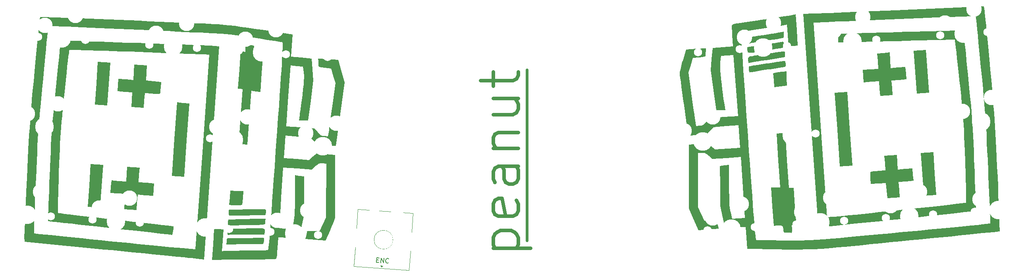
<source format=gbr>
%TF.GenerationSoftware,KiCad,Pcbnew,8.0.3*%
%TF.CreationDate,2024-09-04T22:14:08+02:00*%
%TF.ProjectId,peanut,7065616e-7574-42e6-9b69-6361645f7063,rev?*%
%TF.SameCoordinates,Original*%
%TF.FileFunction,Legend,Top*%
%TF.FilePolarity,Positive*%
%FSLAX46Y46*%
G04 Gerber Fmt 4.6, Leading zero omitted, Abs format (unit mm)*
G04 Created by KiCad (PCBNEW 8.0.3) date 2024-09-04 22:14:08*
%MOMM*%
%LPD*%
G01*
G04 APERTURE LIST*
%ADD10C,0.600000*%
%ADD11C,0.200000*%
%ADD12C,0.800000*%
%ADD13C,0.000000*%
%ADD14C,0.120000*%
%ADD15C,1.750000*%
%ADD16C,3.987800*%
%ADD17C,3.300000*%
%ADD18C,0.650000*%
%ADD19O,1.000000X1.600000*%
%ADD20O,1.000000X2.100000*%
G04 APERTURE END LIST*
D10*
X158750000Y-91281250D02*
X158750000Y-54768750D01*
D11*
X126730248Y-95392069D02*
X127062769Y-95415321D01*
X127168739Y-95947820D02*
X126693708Y-95914603D01*
X126693708Y-95914603D02*
X126763465Y-94917039D01*
X126763465Y-94917039D02*
X127238495Y-94950256D01*
X127596267Y-95977716D02*
X127666023Y-94980152D01*
X127666023Y-94980152D02*
X128166303Y-96017577D01*
X128166303Y-96017577D02*
X128236060Y-95020013D01*
X129218014Y-95995649D02*
X129167189Y-96039830D01*
X129167189Y-96039830D02*
X129021358Y-96077368D01*
X129021358Y-96077368D02*
X128926352Y-96070724D01*
X128926352Y-96070724D02*
X128787164Y-96013256D01*
X128787164Y-96013256D02*
X128698802Y-95911607D01*
X128698802Y-95911607D02*
X128657942Y-95813279D01*
X128657942Y-95813279D02*
X128623726Y-95619945D01*
X128623726Y-95619945D02*
X128633691Y-95477436D01*
X128633691Y-95477436D02*
X128694481Y-95290745D01*
X128694481Y-95290745D02*
X128748628Y-95199061D01*
X128748628Y-95199061D02*
X128850277Y-95110698D01*
X128850277Y-95110698D02*
X128996108Y-95073160D01*
X128996108Y-95073160D02*
X129091114Y-95079804D01*
X129091114Y-95079804D02*
X129230302Y-95137272D01*
X129230302Y-95137272D02*
X129274483Y-95188097D01*
D12*
X151519769Y-92898214D02*
X159519769Y-92898214D01*
X151900721Y-92898214D02*
X151519769Y-92136309D01*
X151519769Y-92136309D02*
X151519769Y-90612499D01*
X151519769Y-90612499D02*
X151900721Y-89850595D01*
X151900721Y-89850595D02*
X152281673Y-89469642D01*
X152281673Y-89469642D02*
X153043578Y-89088690D01*
X153043578Y-89088690D02*
X155329292Y-89088690D01*
X155329292Y-89088690D02*
X156091197Y-89469642D01*
X156091197Y-89469642D02*
X156472150Y-89850595D01*
X156472150Y-89850595D02*
X156853102Y-90612499D01*
X156853102Y-90612499D02*
X156853102Y-92136309D01*
X156853102Y-92136309D02*
X156472150Y-92898214D01*
X156472150Y-82612500D02*
X156853102Y-83374404D01*
X156853102Y-83374404D02*
X156853102Y-84898214D01*
X156853102Y-84898214D02*
X156472150Y-85660119D01*
X156472150Y-85660119D02*
X155710245Y-86041071D01*
X155710245Y-86041071D02*
X152662626Y-86041071D01*
X152662626Y-86041071D02*
X151900721Y-85660119D01*
X151900721Y-85660119D02*
X151519769Y-84898214D01*
X151519769Y-84898214D02*
X151519769Y-83374404D01*
X151519769Y-83374404D02*
X151900721Y-82612500D01*
X151900721Y-82612500D02*
X152662626Y-82231547D01*
X152662626Y-82231547D02*
X153424530Y-82231547D01*
X153424530Y-82231547D02*
X154186435Y-86041071D01*
X156853102Y-75374404D02*
X152662626Y-75374404D01*
X152662626Y-75374404D02*
X151900721Y-75755357D01*
X151900721Y-75755357D02*
X151519769Y-76517261D01*
X151519769Y-76517261D02*
X151519769Y-78041071D01*
X151519769Y-78041071D02*
X151900721Y-78802976D01*
X156472150Y-75374404D02*
X156853102Y-76136309D01*
X156853102Y-76136309D02*
X156853102Y-78041071D01*
X156853102Y-78041071D02*
X156472150Y-78802976D01*
X156472150Y-78802976D02*
X155710245Y-79183928D01*
X155710245Y-79183928D02*
X154948340Y-79183928D01*
X154948340Y-79183928D02*
X154186435Y-78802976D01*
X154186435Y-78802976D02*
X153805483Y-78041071D01*
X153805483Y-78041071D02*
X153805483Y-76136309D01*
X153805483Y-76136309D02*
X153424530Y-75374404D01*
X151519769Y-71564881D02*
X156853102Y-71564881D01*
X152281673Y-71564881D02*
X151900721Y-71183928D01*
X151900721Y-71183928D02*
X151519769Y-70422023D01*
X151519769Y-70422023D02*
X151519769Y-69279166D01*
X151519769Y-69279166D02*
X151900721Y-68517262D01*
X151900721Y-68517262D02*
X152662626Y-68136309D01*
X152662626Y-68136309D02*
X156853102Y-68136309D01*
X151519769Y-60898214D02*
X156853102Y-60898214D01*
X151519769Y-64326786D02*
X155710245Y-64326786D01*
X155710245Y-64326786D02*
X156472150Y-63945833D01*
X156472150Y-63945833D02*
X156853102Y-63183928D01*
X156853102Y-63183928D02*
X156853102Y-62041071D01*
X156853102Y-62041071D02*
X156472150Y-61279167D01*
X156472150Y-61279167D02*
X156091197Y-60898214D01*
X151519769Y-58231548D02*
X151519769Y-55183929D01*
X148853102Y-57088691D02*
X155710245Y-57088691D01*
X155710245Y-57088691D02*
X156472150Y-56707738D01*
X156472150Y-56707738D02*
X156853102Y-55945833D01*
X156853102Y-55945833D02*
X156853102Y-55183929D01*
D13*
%TO.C,G\u002A\u002A\u002A*%
G36*
X67056407Y-75034884D02*
G01*
X68381277Y-75127528D01*
X68062813Y-79681767D01*
X67744350Y-84236005D01*
X66419481Y-84143361D01*
X65094611Y-84050717D01*
X65413073Y-79496479D01*
X65731537Y-74942240D01*
X67056407Y-75034884D01*
G37*
G36*
X68585031Y-53174540D02*
G01*
X69909901Y-53267184D01*
X69591438Y-57821422D01*
X69272974Y-62375661D01*
X67948104Y-62283017D01*
X66623235Y-62190373D01*
X66941698Y-57636134D01*
X67260161Y-53081896D01*
X68585031Y-53174540D01*
G37*
G36*
X85452821Y-61842881D02*
G01*
X86777689Y-61935525D01*
X86227617Y-69801937D01*
X85677543Y-77668349D01*
X84352674Y-77575705D01*
X83027804Y-77483061D01*
X83577877Y-69616649D01*
X84127951Y-61750237D01*
X85452821Y-61842881D01*
G37*
G36*
X96910166Y-80652124D02*
G01*
X98279802Y-80699564D01*
X98176624Y-82175071D01*
X98073447Y-83650578D01*
X97445236Y-83709801D01*
X96871863Y-83735046D01*
X96209981Y-83725574D01*
X96024042Y-83715405D01*
X95231059Y-83661786D01*
X95385795Y-82133235D01*
X95540531Y-80604685D01*
X96910166Y-80652124D01*
G37*
G36*
X74840014Y-75579167D02*
G01*
X76164884Y-75671810D01*
X76054870Y-77245094D01*
X75944855Y-78818376D01*
X77600942Y-78934181D01*
X79257028Y-79049986D01*
X79164384Y-80374855D01*
X79071740Y-81699724D01*
X77415654Y-81583919D01*
X75759567Y-81468114D01*
X75643762Y-83124202D01*
X75527958Y-84780288D01*
X74203088Y-84687644D01*
X72878219Y-84595000D01*
X72994024Y-82938914D01*
X73109828Y-81282827D01*
X71536546Y-81172813D01*
X69963263Y-81062797D01*
X70055907Y-79737927D01*
X70148551Y-78413059D01*
X71721834Y-78523074D01*
X73295117Y-78633088D01*
X73405131Y-77059806D01*
X73515145Y-75486523D01*
X74840014Y-75579167D01*
G37*
G36*
X102982837Y-87219748D02*
G01*
X102926963Y-87633921D01*
X102776466Y-87821792D01*
X102439017Y-87889080D01*
X102394903Y-87892954D01*
X102043730Y-87910600D01*
X101434443Y-87929072D01*
X100633826Y-87947416D01*
X99708666Y-87964679D01*
X98725749Y-87979907D01*
X97751860Y-87992146D01*
X96853784Y-88000442D01*
X96098309Y-88003843D01*
X95552218Y-88001396D01*
X95304993Y-87994180D01*
X95059419Y-87938083D01*
X94978430Y-87753190D01*
X95017227Y-87349644D01*
X95112053Y-86732206D01*
X98111646Y-86674143D01*
X99155730Y-86654316D01*
X100157485Y-86635985D01*
X101039901Y-86620509D01*
X101725964Y-86609244D01*
X102068965Y-86604337D01*
X103026693Y-86592594D01*
X102982837Y-87219748D01*
G37*
G36*
X76362643Y-53718403D02*
G01*
X77681514Y-53810628D01*
X77616004Y-55428626D01*
X77550493Y-57046626D01*
X79161864Y-57206935D01*
X80773233Y-57367244D01*
X80688728Y-58575710D01*
X80632322Y-59178989D01*
X80562317Y-59644071D01*
X80492899Y-59879152D01*
X80486098Y-59886862D01*
X80278685Y-59920768D01*
X79820474Y-59926433D01*
X79191468Y-59904119D01*
X78822291Y-59881464D01*
X77276610Y-59773379D01*
X77166596Y-61346661D01*
X77056578Y-62919943D01*
X75731712Y-62827299D01*
X74406843Y-62734656D01*
X74516857Y-61161374D01*
X74626872Y-59588091D01*
X73053589Y-59478077D01*
X71480306Y-59368062D01*
X71572950Y-58043192D01*
X71665594Y-56718322D01*
X73238878Y-56828337D01*
X74812160Y-56938352D01*
X74927965Y-55282266D01*
X75043769Y-53626179D01*
X76362643Y-53718403D01*
G37*
G36*
X101894030Y-88650608D02*
G01*
X102359422Y-88673523D01*
X102649268Y-88723322D01*
X102802688Y-88806709D01*
X102858803Y-88930392D01*
X102856730Y-89101076D01*
X102835660Y-89324488D01*
X102791289Y-89959024D01*
X99002966Y-89991947D01*
X97909313Y-90001802D01*
X96924681Y-90011340D01*
X96098371Y-90020031D01*
X95479684Y-90027341D01*
X95117919Y-90032740D01*
X95047544Y-90034625D01*
X94937814Y-89894779D01*
X94876337Y-89536108D01*
X94872376Y-89429068D01*
X94866997Y-89215107D01*
X94882434Y-89049754D01*
X94956581Y-88926184D01*
X95127334Y-88837574D01*
X95432588Y-88777096D01*
X95910238Y-88737928D01*
X96598179Y-88713245D01*
X97534307Y-88696221D01*
X98756518Y-88680031D01*
X99053375Y-88676095D01*
X100280126Y-88658600D01*
X101213971Y-88647869D01*
X101894030Y-88650608D01*
G37*
G36*
X102616739Y-90670284D02*
G01*
X102684322Y-90821584D01*
X102701955Y-91191067D01*
X102694743Y-91339691D01*
X102620555Y-91799315D01*
X102469784Y-91978855D01*
X102402728Y-91984946D01*
X102160275Y-91982215D01*
X101648013Y-91985496D01*
X100928094Y-91993774D01*
X100062656Y-92006042D01*
X99113847Y-92021289D01*
X98143813Y-92038505D01*
X97214697Y-92056678D01*
X96388646Y-92074800D01*
X95727804Y-92091859D01*
X95610721Y-92095370D01*
X94651732Y-92125144D01*
X94698629Y-91454486D01*
X94755701Y-91038480D01*
X94841740Y-90808967D01*
X94872453Y-90792703D01*
X95068367Y-90792320D01*
X95547338Y-90786347D01*
X96260456Y-90775550D01*
X97158809Y-90760686D01*
X98193491Y-90742517D01*
X98745894Y-90732445D01*
X99830151Y-90712831D01*
X100802321Y-90695996D01*
X101613540Y-90682725D01*
X102214943Y-90673801D01*
X102557664Y-90670010D01*
X102616739Y-90670284D01*
G37*
G36*
X99179828Y-49384399D02*
G01*
X99614592Y-49488402D01*
X100083535Y-49550212D01*
X100415706Y-49594341D01*
X100563377Y-49724861D01*
X100587580Y-50037905D01*
X100570732Y-50317630D01*
X100571195Y-50793238D01*
X100697124Y-51082627D01*
X101012221Y-51240172D01*
X101580185Y-51320249D01*
X101761410Y-51333996D01*
X102493104Y-51385161D01*
X102208728Y-55451927D01*
X101924352Y-59518693D01*
X100975651Y-59401350D01*
X100026951Y-59284006D01*
X99580981Y-65035862D01*
X99135010Y-70787719D01*
X98226309Y-70724176D01*
X97317607Y-70660634D01*
X97728715Y-64781526D01*
X98139822Y-58902418D01*
X97642996Y-58867677D01*
X97146169Y-58832935D01*
X97430811Y-54762364D01*
X97715453Y-50691793D01*
X98204649Y-50835656D01*
X98693844Y-50979518D01*
X98754018Y-50119002D01*
X98799433Y-49620642D01*
X98871616Y-49383648D01*
X99011351Y-49337661D01*
X99179828Y-49384399D01*
G37*
G36*
X102962396Y-84537217D02*
G01*
X103098198Y-84700505D01*
X103127440Y-85141010D01*
X103123221Y-85212171D01*
X103067925Y-85640400D01*
X102944688Y-85824966D01*
X102703862Y-85854518D01*
X102430376Y-85851553D01*
X101880447Y-85854793D01*
X101109592Y-85863576D01*
X100173323Y-85877242D01*
X99127157Y-85895129D01*
X98831409Y-85900627D01*
X97784985Y-85916437D01*
X96852129Y-85922948D01*
X96083442Y-85920429D01*
X95529530Y-85909146D01*
X95240994Y-85889371D01*
X95213150Y-85881422D01*
X95143544Y-85674187D01*
X95130897Y-85280879D01*
X95134156Y-85226164D01*
X95192469Y-84848413D01*
X95283461Y-84666186D01*
X95298348Y-84663036D01*
X95493800Y-84661843D01*
X95971767Y-84654755D01*
X96682807Y-84642629D01*
X97577477Y-84626325D01*
X98606337Y-84606700D01*
X99088970Y-84597232D01*
X100167431Y-84576620D01*
X101139273Y-84559424D01*
X101953591Y-84546432D01*
X102559474Y-84538431D01*
X102906018Y-84536211D01*
X102962396Y-84537217D01*
G37*
G36*
X55615228Y-43507765D02*
G01*
X56376881Y-43530604D01*
X57394925Y-43564909D01*
X58644260Y-43609644D01*
X60099777Y-43663769D01*
X61736375Y-43726244D01*
X63528950Y-43796033D01*
X65452395Y-43872096D01*
X67481608Y-43953397D01*
X69591483Y-44038894D01*
X71756918Y-44127549D01*
X73952808Y-44218324D01*
X76154047Y-44310181D01*
X78335533Y-44402081D01*
X80472160Y-44492985D01*
X82538825Y-44581854D01*
X84510422Y-44667652D01*
X86361849Y-44749336D01*
X88068000Y-44825872D01*
X89603772Y-44896218D01*
X90944060Y-44959337D01*
X92063760Y-45014190D01*
X92937767Y-45059738D01*
X93540977Y-45094944D01*
X93613192Y-45099718D01*
X94294594Y-45160620D01*
X95250764Y-45267325D01*
X96428667Y-45412850D01*
X97775266Y-45590203D01*
X99237526Y-45792401D01*
X100762413Y-46012455D01*
X102296892Y-46243380D01*
X102311634Y-46245648D01*
X108774023Y-47240036D01*
X108609065Y-49599045D01*
X108444107Y-51958053D01*
X110630218Y-52157357D01*
X112816329Y-52356659D01*
X113023984Y-54724043D01*
X113231640Y-57091427D01*
X112648542Y-61354528D01*
X112065446Y-65617629D01*
X111085883Y-65599755D01*
X110106322Y-65581880D01*
X110280217Y-64544907D01*
X110355375Y-64055200D01*
X110461503Y-63306685D01*
X110588990Y-62370090D01*
X110728218Y-61316141D01*
X110869576Y-60215567D01*
X110880869Y-60126196D01*
X111032746Y-58881355D01*
X111137966Y-57902114D01*
X111200365Y-57125908D01*
X111223781Y-56490168D01*
X111212046Y-55932332D01*
X111170408Y-55403516D01*
X111033189Y-54062574D01*
X109713126Y-53970265D01*
X108393065Y-53877958D01*
X107895205Y-60375069D01*
X107397347Y-66872180D01*
X110428549Y-67084142D01*
X113459750Y-67296104D01*
X114139035Y-68092487D01*
X114545879Y-68540654D01*
X114869026Y-68788655D01*
X115222254Y-68903247D01*
X115588072Y-68942696D01*
X116357824Y-68996523D01*
X116546804Y-67719995D01*
X116620454Y-67205211D01*
X116729282Y-66421423D01*
X116865094Y-65428810D01*
X117019694Y-64287543D01*
X117184884Y-63057806D01*
X117327022Y-61991512D01*
X117918261Y-57539557D01*
X117461489Y-56009849D01*
X117004715Y-54480143D01*
X115641808Y-54336504D01*
X114973712Y-54260715D01*
X114571386Y-54189574D01*
X114369970Y-54097335D01*
X114304599Y-53958252D01*
X114305934Y-53806242D01*
X114304075Y-53353474D01*
X114265654Y-52894854D01*
X114198337Y-52370089D01*
X116351684Y-52520666D01*
X118505031Y-52671243D01*
X119189265Y-55094669D01*
X119873499Y-57518095D01*
X118942329Y-64272021D01*
X118011159Y-71025948D01*
X116060532Y-70936445D01*
X114109904Y-70846943D01*
X113360031Y-70040330D01*
X112610159Y-69233716D01*
X109936193Y-69046734D01*
X107262226Y-68859752D01*
X107094309Y-71261077D01*
X106926391Y-73662404D01*
X109600358Y-73849386D01*
X112274324Y-74036368D01*
X113129159Y-73341966D01*
X113983992Y-72647565D01*
X115928094Y-72830408D01*
X117872194Y-73013252D01*
X117864768Y-79503052D01*
X117862323Y-80954507D01*
X117858531Y-82313961D01*
X117853614Y-83542779D01*
X117847790Y-84602331D01*
X117841279Y-85453982D01*
X117834300Y-86059100D01*
X117827073Y-86379052D01*
X117825523Y-86406675D01*
X117747959Y-86702588D01*
X117556560Y-87233293D01*
X117277190Y-87932378D01*
X116935720Y-88733426D01*
X116800195Y-89039276D01*
X115806684Y-91258057D01*
X113653384Y-91107484D01*
X111500083Y-90956910D01*
X111639778Y-90446621D01*
X111750980Y-89947641D01*
X111806508Y-89549709D01*
X111838679Y-89360737D01*
X111947764Y-89249540D01*
X112201579Y-89199654D01*
X112667938Y-89194610D01*
X113203178Y-89210525D01*
X114572812Y-89257964D01*
X115238035Y-87806715D01*
X115903257Y-86355466D01*
X115937364Y-81864552D01*
X115946272Y-80595840D01*
X115953574Y-79364764D01*
X115959011Y-78232060D01*
X115962325Y-77258457D01*
X115963256Y-76504688D01*
X115961989Y-76083233D01*
X115952506Y-74792827D01*
X115182754Y-74739000D01*
X114724741Y-74732398D01*
X114372243Y-74823222D01*
X114003300Y-75061748D01*
X113629494Y-75379269D01*
X112845985Y-76073364D01*
X109814784Y-75861401D01*
X106783582Y-75649440D01*
X106372371Y-82152610D01*
X105961162Y-88655779D01*
X107281224Y-88748087D01*
X108601289Y-88840395D01*
X108923793Y-87531598D01*
X109041150Y-87000639D01*
X109129756Y-86448598D01*
X109194518Y-85812976D01*
X109240345Y-85031289D01*
X109272147Y-84041043D01*
X109294342Y-82814584D01*
X109307873Y-81704407D01*
X109317049Y-80634894D01*
X109321547Y-79677425D01*
X109321044Y-78903374D01*
X109315218Y-78384121D01*
X109314501Y-78355282D01*
X109286617Y-77304198D01*
X110259133Y-77422826D01*
X111231650Y-77541454D01*
X111215764Y-81844219D01*
X111199877Y-86146983D01*
X110664767Y-88462428D01*
X110129657Y-90777871D01*
X107937083Y-90670987D01*
X105744510Y-90564101D01*
X105582940Y-92874661D01*
X105516985Y-93789785D01*
X105461078Y-94425969D01*
X105403256Y-94835569D01*
X105331559Y-95070937D01*
X105234025Y-95184434D01*
X105098696Y-95228412D01*
X105043333Y-95236643D01*
X104791615Y-95249789D01*
X104249398Y-95263636D01*
X103458209Y-95277607D01*
X102459574Y-95291121D01*
X101295016Y-95303596D01*
X100006063Y-95314453D01*
X99004761Y-95321055D01*
X97623143Y-95330034D01*
X96311031Y-95340313D01*
X95114749Y-95351395D01*
X94080624Y-95362786D01*
X93254977Y-95373991D01*
X92684134Y-95384514D01*
X92467951Y-95390910D01*
X91591677Y-95427775D01*
X91824618Y-92096521D01*
X92057565Y-88765265D01*
X93051217Y-88834748D01*
X94044869Y-88904230D01*
X93883031Y-91218611D01*
X93721194Y-93532992D01*
X94181801Y-93490716D01*
X94469108Y-93477574D01*
X95038522Y-93462546D01*
X95840140Y-93446544D01*
X96824055Y-93430469D01*
X97940361Y-93415239D01*
X98972434Y-93403463D01*
X100146206Y-93389396D01*
X101215400Y-93373006D01*
X102133614Y-93355296D01*
X102854448Y-93337263D01*
X103331506Y-93319907D01*
X103514175Y-93305666D01*
X103549684Y-93237168D01*
X103591305Y-93038703D01*
X103640150Y-92696244D01*
X103697331Y-92195763D01*
X103763961Y-91523233D01*
X103841149Y-90664627D01*
X103930010Y-89605920D01*
X104031655Y-88333082D01*
X104147196Y-86832090D01*
X104277746Y-85088914D01*
X104424414Y-83089529D01*
X104588316Y-80819907D01*
X104770560Y-78266021D01*
X104972262Y-75413844D01*
X105194531Y-72249348D01*
X105278040Y-71056086D01*
X105498968Y-67894622D01*
X105697453Y-65047882D01*
X105874427Y-62499390D01*
X106030821Y-60232666D01*
X106167566Y-58231233D01*
X106285594Y-56478615D01*
X106385835Y-54958334D01*
X106469220Y-53653910D01*
X106536681Y-52548866D01*
X106589148Y-51626726D01*
X106627554Y-50871010D01*
X106652829Y-50265241D01*
X106665903Y-49792942D01*
X106667709Y-49437635D01*
X106659178Y-49182841D01*
X106641241Y-49012085D01*
X106614827Y-48908888D01*
X106580869Y-48856769D01*
X106540299Y-48839255D01*
X106533515Y-48838581D01*
X106297038Y-48807714D01*
X105777816Y-48730953D01*
X105020894Y-48615258D01*
X104071322Y-48467588D01*
X102974144Y-48294899D01*
X101774408Y-48104153D01*
X101635475Y-48081945D01*
X99438902Y-47747528D01*
X97439835Y-47481919D01*
X95514404Y-47270512D01*
X93538737Y-47098695D01*
X92894279Y-47051013D01*
X92335144Y-47015414D01*
X91503193Y-46968418D01*
X90424385Y-46911195D01*
X89124675Y-46844913D01*
X87630021Y-46770743D01*
X85966381Y-46689853D01*
X84159708Y-46603414D01*
X82235962Y-46512595D01*
X80221098Y-46418564D01*
X78141074Y-46322490D01*
X76021846Y-46225546D01*
X73889373Y-46128898D01*
X71769607Y-46033717D01*
X69688510Y-45941172D01*
X67672036Y-45852432D01*
X65746141Y-45768667D01*
X63936784Y-45691047D01*
X62269921Y-45620739D01*
X60771509Y-45558915D01*
X59467503Y-45506744D01*
X58383863Y-45465394D01*
X57546543Y-45436035D01*
X56981502Y-45419837D01*
X56714694Y-45417968D01*
X56696852Y-45420246D01*
X56675701Y-45585032D01*
X56625679Y-46053464D01*
X56549439Y-46798662D01*
X56449639Y-47793747D01*
X56328934Y-49011840D01*
X56189982Y-50426060D01*
X56035438Y-52009527D01*
X55867958Y-53735363D01*
X55690198Y-55576688D01*
X55581925Y-56702700D01*
X55364856Y-58970313D01*
X55176998Y-60956199D01*
X55014940Y-62709051D01*
X54875274Y-64277562D01*
X54754587Y-65710426D01*
X54649473Y-67056332D01*
X54556519Y-68363975D01*
X54472316Y-69682049D01*
X54393455Y-71059245D01*
X54316526Y-72544257D01*
X54238118Y-74185777D01*
X54154823Y-76032498D01*
X54063228Y-78133114D01*
X54034481Y-78800111D01*
X53955353Y-80665419D01*
X53882633Y-82431703D01*
X53817320Y-84071218D01*
X53760416Y-85556209D01*
X53712919Y-86858931D01*
X53675832Y-87951630D01*
X53650153Y-88806556D01*
X53636883Y-89395961D01*
X53637020Y-89692092D01*
X53640856Y-89722025D01*
X53809337Y-89746640D01*
X54281484Y-89800937D01*
X55030521Y-89882236D01*
X56029670Y-89987860D01*
X57252152Y-90115131D01*
X58671192Y-90261370D01*
X60260008Y-90423900D01*
X61991829Y-90600041D01*
X63839864Y-90787116D01*
X65777348Y-90982446D01*
X67777497Y-91183352D01*
X69813535Y-91387159D01*
X71858684Y-91591185D01*
X73886165Y-91792753D01*
X75869201Y-91989185D01*
X77781014Y-92177802D01*
X79594825Y-92355928D01*
X81283858Y-92520883D01*
X82821334Y-92669987D01*
X84180474Y-92800566D01*
X85334503Y-92909938D01*
X86256640Y-92995426D01*
X86920108Y-93054351D01*
X87138270Y-93072371D01*
X88089921Y-93147537D01*
X89543272Y-72363648D01*
X90996623Y-51579760D01*
X89878283Y-51508473D01*
X89356571Y-51480010D01*
X88566041Y-51443425D01*
X87535855Y-51399709D01*
X86295173Y-51349858D01*
X84873153Y-51294862D01*
X83298959Y-51235719D01*
X81601750Y-51173421D01*
X79810687Y-51108962D01*
X77954930Y-51043335D01*
X76063640Y-50977534D01*
X74165978Y-50912554D01*
X72291103Y-50849387D01*
X70468178Y-50789029D01*
X68726362Y-50732470D01*
X67094816Y-50680708D01*
X65602700Y-50634735D01*
X64279175Y-50595544D01*
X63153402Y-50564131D01*
X62254541Y-50541486D01*
X61611753Y-50528607D01*
X61254198Y-50526486D01*
X61188746Y-50530754D01*
X61153175Y-50707598D01*
X61087433Y-51184117D01*
X60995024Y-51929673D01*
X60879452Y-52913627D01*
X60744222Y-54105340D01*
X60592837Y-55474172D01*
X60428801Y-56989487D01*
X60255618Y-58620645D01*
X60169261Y-59445427D01*
X59964495Y-61416812D01*
X59791177Y-63111802D01*
X59645550Y-64584156D01*
X59523862Y-65887634D01*
X59422359Y-67075996D01*
X59337288Y-68202998D01*
X59264893Y-69322404D01*
X59201421Y-70487972D01*
X59143120Y-71753461D01*
X59086235Y-73172630D01*
X59027011Y-74799241D01*
X58961695Y-76687051D01*
X58958195Y-76789469D01*
X58902966Y-78437930D01*
X58853286Y-79983708D01*
X58810013Y-81395491D01*
X58774006Y-82641963D01*
X58746130Y-83691813D01*
X58727237Y-84513722D01*
X58718189Y-85076382D01*
X58719845Y-85348477D01*
X58722746Y-85369033D01*
X58892594Y-85397311D01*
X59366699Y-85459131D01*
X60119308Y-85551495D01*
X61124673Y-85671404D01*
X62357039Y-85815859D01*
X63790655Y-85981861D01*
X65399769Y-86166415D01*
X67158628Y-86366518D01*
X69041482Y-86579174D01*
X71022578Y-86801384D01*
X71067563Y-86806412D01*
X73050676Y-87028866D01*
X74936205Y-87241940D01*
X76698386Y-87442626D01*
X78311459Y-87627916D01*
X79749660Y-87794802D01*
X80987224Y-87940276D01*
X81998392Y-88061331D01*
X82757399Y-88154957D01*
X83238483Y-88218150D01*
X83415880Y-88247899D01*
X83416173Y-88248152D01*
X83419866Y-88435266D01*
X83366026Y-88843367D01*
X83303572Y-89190652D01*
X83131694Y-90064963D01*
X82024762Y-89936437D01*
X81679347Y-89897166D01*
X81032927Y-89824523D01*
X80114497Y-89721742D01*
X78953057Y-89592054D01*
X77577600Y-89438690D01*
X76017126Y-89264881D01*
X74300631Y-89073860D01*
X72457110Y-88868858D01*
X70515562Y-88653106D01*
X68790496Y-88461536D01*
X66821785Y-88242472D01*
X64951602Y-88033429D01*
X63205784Y-87837342D01*
X61610176Y-87657157D01*
X60190617Y-87495828D01*
X58972948Y-87356298D01*
X57983011Y-87241515D01*
X57246648Y-87154429D01*
X56789698Y-87097986D01*
X56637892Y-87075375D01*
X56639524Y-86906933D01*
X56653226Y-86436353D01*
X56677931Y-85693267D01*
X56712565Y-84707304D01*
X56756058Y-83508091D01*
X56807341Y-82125260D01*
X56865340Y-80588440D01*
X56928985Y-78927260D01*
X56980047Y-77610679D01*
X57059982Y-75581356D01*
X57132333Y-73816467D01*
X57200759Y-72263666D01*
X57268919Y-70870599D01*
X57340473Y-69584921D01*
X57419080Y-68354280D01*
X57508399Y-67126328D01*
X57612089Y-65848715D01*
X57733811Y-64469090D01*
X57877221Y-62935106D01*
X58045981Y-61194412D01*
X58243749Y-59194660D01*
X58322873Y-58400038D01*
X58500152Y-56633085D01*
X58669639Y-54966143D01*
X58828229Y-53428251D01*
X58972823Y-52048453D01*
X59100315Y-50855792D01*
X59207607Y-49879312D01*
X59291593Y-49148056D01*
X59349172Y-48691066D01*
X59376361Y-48537602D01*
X59546526Y-48534914D01*
X60021198Y-48543530D01*
X60773089Y-48562509D01*
X61774904Y-48590906D01*
X62999355Y-48627777D01*
X64419147Y-48672176D01*
X66006992Y-48723163D01*
X67735597Y-48779790D01*
X69577670Y-48841115D01*
X71505921Y-48906191D01*
X73493057Y-48974078D01*
X75511787Y-49043831D01*
X77534821Y-49114499D01*
X79534867Y-49185147D01*
X81484631Y-49254826D01*
X83356825Y-49322593D01*
X85124156Y-49387505D01*
X86759332Y-49448615D01*
X88235063Y-49504982D01*
X89524057Y-49555658D01*
X90599023Y-49599703D01*
X91432668Y-49636171D01*
X91997702Y-49664117D01*
X92087124Y-49669259D01*
X93122892Y-49731422D01*
X91528843Y-72527381D01*
X89934795Y-95323339D01*
X87830337Y-95074837D01*
X87371069Y-95024150D01*
X86606804Y-94944217D01*
X85563043Y-94837565D01*
X84265293Y-94706721D01*
X82739055Y-94554211D01*
X81009835Y-94382562D01*
X79103137Y-94194302D01*
X77044464Y-93991957D01*
X74859320Y-93778055D01*
X72573209Y-93555123D01*
X70211636Y-93325687D01*
X68668108Y-93176187D01*
X51610337Y-91526040D01*
X51593665Y-90519312D01*
X51598680Y-90184698D01*
X51618636Y-89548399D01*
X51652262Y-88640360D01*
X51698287Y-87490526D01*
X51755443Y-86128842D01*
X51822458Y-84585254D01*
X51898062Y-82889705D01*
X51980987Y-81072142D01*
X52069963Y-79162510D01*
X52121778Y-78067806D01*
X52233322Y-75743284D01*
X52334299Y-73695479D01*
X52428376Y-71873353D01*
X52519213Y-70225865D01*
X52610475Y-68701978D01*
X52705824Y-67250654D01*
X52808922Y-65820855D01*
X52923432Y-64361541D01*
X53053018Y-62821675D01*
X53201342Y-61150219D01*
X53372065Y-59296134D01*
X53568852Y-57208382D01*
X53770062Y-55100067D01*
X53955164Y-53178966D01*
X54133002Y-51355971D01*
X54300828Y-49657820D01*
X54455899Y-48111248D01*
X54595465Y-46742993D01*
X54716783Y-45579790D01*
X54817103Y-44648378D01*
X54893684Y-43975490D01*
X54943773Y-43587866D01*
X54961521Y-43500646D01*
X55135073Y-43497434D01*
X55615228Y-43507765D01*
G37*
G36*
X227583704Y-67401008D02*
G01*
X228133776Y-75267418D01*
X226808906Y-75360064D01*
X225484038Y-75452708D01*
X224933964Y-67586296D01*
X224383891Y-59719884D01*
X225708760Y-59627240D01*
X227033630Y-59534596D01*
X227583704Y-67401008D01*
G37*
G36*
X244196722Y-55089276D02*
G01*
X244515185Y-59643515D01*
X243190315Y-59736159D01*
X241865445Y-59828803D01*
X241546982Y-55274564D01*
X241228519Y-50720326D01*
X242553388Y-50627682D01*
X243878258Y-50535038D01*
X244196722Y-55089276D01*
G37*
G36*
X245725346Y-76949621D02*
G01*
X246043809Y-81503859D01*
X244718939Y-81596503D01*
X243394070Y-81689147D01*
X243075606Y-77134909D01*
X242757143Y-72580670D01*
X244082013Y-72488026D01*
X245406882Y-72395382D01*
X245725346Y-76949621D01*
G37*
G36*
X214148727Y-56649577D02*
G01*
X214208230Y-58184787D01*
X212845322Y-58328426D01*
X211482413Y-58472064D01*
X211379236Y-56996557D01*
X211276058Y-55521050D01*
X211889913Y-55374973D01*
X212454193Y-55270176D01*
X213110951Y-55187437D01*
X213296496Y-55171632D01*
X214089224Y-55114367D01*
X214148727Y-56649577D01*
G37*
G36*
X236210454Y-52735407D02*
G01*
X236326260Y-54391494D01*
X237899542Y-54281479D01*
X239472825Y-54171465D01*
X239565469Y-55496335D01*
X239658113Y-56821203D01*
X238084830Y-56931218D01*
X236511547Y-57041233D01*
X236621562Y-58614515D01*
X236731577Y-60187798D01*
X235406708Y-60280442D01*
X234081838Y-60373086D01*
X233971823Y-58799803D01*
X233861809Y-57226521D01*
X232205722Y-57342325D01*
X230549636Y-57458130D01*
X230456992Y-56133261D01*
X230364348Y-54808392D01*
X232020434Y-54692587D01*
X233676521Y-54576782D01*
X233560716Y-52920694D01*
X233444911Y-51264609D01*
X234769781Y-51171965D01*
X236094650Y-51079321D01*
X236210454Y-52735407D01*
G37*
G36*
X213664048Y-50855799D02*
G01*
X213769981Y-51027621D01*
X213787725Y-51432639D01*
X213779752Y-52057266D01*
X210817432Y-52532226D01*
X209786268Y-52697169D01*
X208796813Y-52854739D01*
X207925139Y-52992873D01*
X207247320Y-53099508D01*
X206908340Y-53152105D01*
X205961567Y-53297024D01*
X205917713Y-52669870D01*
X205915402Y-52251951D01*
X206038288Y-52044964D01*
X206363088Y-51931367D01*
X206406233Y-51921391D01*
X206751533Y-51855043D01*
X207352320Y-51751954D01*
X208142592Y-51622364D01*
X209056346Y-51476512D01*
X210027578Y-51324637D01*
X210990286Y-51176978D01*
X211878467Y-51043774D01*
X212626117Y-50935265D01*
X213167234Y-50861687D01*
X213413057Y-50834425D01*
X213664048Y-50855799D01*
G37*
G36*
X213512150Y-48901221D02*
G01*
X213622946Y-49247846D01*
X213641766Y-49353291D01*
X213676870Y-49564423D01*
X213684596Y-49730315D01*
X213628368Y-49863002D01*
X213471609Y-49974514D01*
X213177743Y-50076886D01*
X212710193Y-50182149D01*
X212032382Y-50302335D01*
X211107733Y-50449477D01*
X209899670Y-50635608D01*
X209606250Y-50680821D01*
X208393872Y-50868876D01*
X207470609Y-51009469D01*
X206796787Y-51101402D01*
X206332735Y-51143480D01*
X206038779Y-51134505D01*
X205875247Y-51073281D01*
X205802465Y-50958612D01*
X205780763Y-50789300D01*
X205770535Y-50565130D01*
X205726164Y-49930594D01*
X209473037Y-49370759D01*
X210554675Y-49208793D01*
X211528397Y-49062313D01*
X212345456Y-48938707D01*
X212957105Y-48845363D01*
X213314598Y-48789669D01*
X213384026Y-48778008D01*
X213512150Y-48901221D01*
G37*
G36*
X237733289Y-74512947D02*
G01*
X237843303Y-76086230D01*
X239416586Y-75976215D01*
X240989869Y-75866200D01*
X241082513Y-77191070D01*
X241175157Y-78515940D01*
X239601873Y-78625955D01*
X238028591Y-78735969D01*
X238144396Y-80392055D01*
X238260201Y-82048142D01*
X236941328Y-82140367D01*
X235622456Y-82232591D01*
X235462147Y-80621222D01*
X235301839Y-79009851D01*
X233683839Y-79075362D01*
X232065841Y-79140872D01*
X231981337Y-77932406D01*
X231953234Y-77327148D01*
X231957831Y-76856849D01*
X231993856Y-76614395D01*
X231999521Y-76605813D01*
X232200194Y-76543371D01*
X232653157Y-76473990D01*
X233279147Y-76408546D01*
X233647884Y-76379601D01*
X235193565Y-76271517D01*
X235083550Y-74698235D01*
X234973537Y-73124953D01*
X236298405Y-73032310D01*
X237623274Y-72939665D01*
X237733289Y-74512947D01*
G37*
G36*
X213531938Y-47323405D02*
G01*
X213533319Y-47743305D01*
X213480059Y-47982559D01*
X213451908Y-48002939D01*
X213257954Y-48030585D01*
X212784476Y-48103159D01*
X212079801Y-48213098D01*
X211192259Y-48352844D01*
X210170175Y-48514836D01*
X209624548Y-48601690D01*
X208553574Y-48772012D01*
X207593209Y-48923983D01*
X206791731Y-49050025D01*
X206197423Y-49142561D01*
X205858565Y-49194013D01*
X205800027Y-49201963D01*
X205712045Y-49061541D01*
X205643161Y-48698108D01*
X205629618Y-48549927D01*
X205639117Y-48084451D01*
X205763434Y-47885675D01*
X205828989Y-47870311D01*
X206069463Y-47839272D01*
X206576282Y-47764730D01*
X207288044Y-47656339D01*
X208143352Y-47523745D01*
X209080805Y-47376598D01*
X210039003Y-47224547D01*
X210956548Y-47077243D01*
X211772038Y-46944333D01*
X212424074Y-46835468D01*
X212539532Y-46815697D01*
X213485041Y-46652747D01*
X213531938Y-47323405D01*
G37*
G36*
X214243500Y-74158492D02*
G01*
X214654607Y-80037600D01*
X215151433Y-80002858D01*
X215648260Y-79968117D01*
X215932902Y-84038688D01*
X216217544Y-88109259D01*
X215713087Y-88034879D01*
X215208631Y-87960500D01*
X215268804Y-88821016D01*
X215293189Y-89320847D01*
X215254692Y-89565580D01*
X215122717Y-89630567D01*
X214949375Y-89607731D01*
X214504367Y-89565248D01*
X214031386Y-89569304D01*
X213696306Y-89571833D01*
X213531907Y-89463135D01*
X213464372Y-89156506D01*
X213442126Y-88877159D01*
X213375476Y-88406244D01*
X213210497Y-88137197D01*
X212876541Y-88025038D01*
X212302959Y-88024786D01*
X212121585Y-88036394D01*
X211389891Y-88087559D01*
X211105515Y-84020793D01*
X210821139Y-79954027D01*
X211776935Y-79938195D01*
X212732737Y-79922363D01*
X212373863Y-74164417D01*
X212014990Y-68406469D01*
X212923691Y-68342927D01*
X213832393Y-68279384D01*
X214243500Y-74158492D01*
G37*
G36*
X213798045Y-52913840D02*
G01*
X213895815Y-53109371D01*
X213963077Y-53497091D01*
X213967465Y-53551727D01*
X213962292Y-53933918D01*
X213897547Y-54127035D01*
X213883243Y-54132226D01*
X213689859Y-54160609D01*
X213217530Y-54234148D01*
X212515098Y-54345114D01*
X211631404Y-54485773D01*
X210615288Y-54648397D01*
X210138669Y-54724942D01*
X209073572Y-54895446D01*
X208113581Y-55047729D01*
X207308997Y-55173926D01*
X206710123Y-55266172D01*
X206367261Y-55316600D01*
X206311292Y-55323450D01*
X206154086Y-55180651D01*
X206063822Y-54748503D01*
X206058096Y-54677447D01*
X206053256Y-54245690D01*
X206149607Y-54045769D01*
X206383977Y-53982988D01*
X206655214Y-53947862D01*
X207199340Y-53868118D01*
X207961471Y-53752138D01*
X208886726Y-53608302D01*
X209920222Y-53444991D01*
X210212326Y-53398386D01*
X211246366Y-53237096D01*
X212169237Y-53100820D01*
X212930794Y-52996334D01*
X213480886Y-52930417D01*
X213769366Y-52909843D01*
X213798045Y-52913840D01*
G37*
G36*
X256347558Y-42250427D02*
G01*
X256389162Y-42582482D01*
X256457956Y-43215366D01*
X256551030Y-44119248D01*
X256665481Y-45264297D01*
X256798391Y-46620684D01*
X256946854Y-48158577D01*
X257107960Y-49848147D01*
X257278798Y-51659562D01*
X257456458Y-53562993D01*
X257557500Y-54654255D01*
X257770553Y-56971678D01*
X257955558Y-59013608D01*
X258115987Y-60831094D01*
X258255320Y-62475191D01*
X258377031Y-63996948D01*
X258484595Y-65447418D01*
X258581490Y-66877651D01*
X258671191Y-68338700D01*
X258757174Y-69881615D01*
X258842915Y-71557447D01*
X258931893Y-73417248D01*
X259027580Y-75512070D01*
X259121749Y-77627870D01*
X259205814Y-79556036D01*
X259283418Y-81386040D01*
X259353562Y-83091022D01*
X259415242Y-84644124D01*
X259467458Y-86018487D01*
X259509208Y-87187254D01*
X259539491Y-88123564D01*
X259557304Y-88800561D01*
X259561649Y-89191384D01*
X259556211Y-89280225D01*
X259384796Y-89307560D01*
X258907876Y-89364154D01*
X258150457Y-89447539D01*
X257137546Y-89555252D01*
X255894144Y-89684826D01*
X254445259Y-89833797D01*
X252815893Y-89999700D01*
X251031050Y-90180068D01*
X249115739Y-90372438D01*
X247094959Y-90574340D01*
X244993718Y-90783313D01*
X242837019Y-90996891D01*
X240649866Y-91212608D01*
X238457265Y-91427998D01*
X236284219Y-91640597D01*
X234155734Y-91847938D01*
X232096814Y-92047558D01*
X230132463Y-92236989D01*
X228287686Y-92413768D01*
X226587487Y-92575427D01*
X225056871Y-92719504D01*
X223720842Y-92843532D01*
X222604405Y-92945044D01*
X221732565Y-93021578D01*
X221130325Y-93070665D01*
X221058149Y-93075988D01*
X220374902Y-93110512D01*
X219413187Y-93137918D01*
X218226494Y-93157742D01*
X216868318Y-93169525D01*
X215392148Y-93172802D01*
X213851475Y-93167113D01*
X212299791Y-93151994D01*
X212284877Y-93151799D01*
X205746987Y-93066479D01*
X205582029Y-90707470D01*
X205417072Y-88348462D01*
X203224498Y-88455346D01*
X201031924Y-88562231D01*
X200496814Y-86246786D01*
X199961703Y-83931342D01*
X199945817Y-79628577D01*
X199929930Y-75325813D01*
X200902447Y-75207185D01*
X201874963Y-75088557D01*
X201847079Y-76139640D01*
X201840806Y-76635041D01*
X201839884Y-77391042D01*
X201843987Y-78336265D01*
X201852795Y-79399333D01*
X201865983Y-80508870D01*
X201867238Y-80598943D01*
X201890088Y-81852806D01*
X201922176Y-82837161D01*
X201968411Y-83614498D01*
X202033701Y-84247309D01*
X202122957Y-84798083D01*
X202237787Y-85315958D01*
X202560294Y-86624753D01*
X203880357Y-86532446D01*
X205200418Y-86440138D01*
X204789209Y-79936968D01*
X204377999Y-73433798D01*
X201346797Y-73645760D01*
X198315596Y-73857723D01*
X197532087Y-73163628D01*
X197066830Y-72776445D01*
X196712312Y-72575831D01*
X196346574Y-72511514D01*
X195978826Y-72523361D01*
X195209074Y-72577186D01*
X195199591Y-73867592D01*
X195198302Y-74387616D01*
X195199615Y-75178922D01*
X195203270Y-76180777D01*
X195209007Y-77332453D01*
X195216572Y-78573212D01*
X195224220Y-79648911D01*
X195258324Y-84139825D01*
X195923545Y-85591075D01*
X196588768Y-87042324D01*
X197958402Y-86994885D01*
X198630544Y-86976955D01*
X199038855Y-86991411D01*
X199251148Y-87054720D01*
X199335240Y-87183352D01*
X199355073Y-87334068D01*
X199419927Y-87782171D01*
X199521802Y-88230980D01*
X199661497Y-88741270D01*
X197508150Y-88891847D01*
X195354803Y-89042423D01*
X194339952Y-86737809D01*
X193325101Y-84433194D01*
X193307246Y-77615403D01*
X193289387Y-70797611D01*
X195233487Y-70614768D01*
X197177588Y-70431924D01*
X198032422Y-71126325D01*
X198887256Y-71820727D01*
X201561222Y-71633745D01*
X204235189Y-71446764D01*
X204067272Y-69045439D01*
X203899355Y-66644111D01*
X201225388Y-66831093D01*
X198551422Y-67018075D01*
X197801549Y-67824689D01*
X197051677Y-68631302D01*
X195101048Y-68720805D01*
X193150421Y-68810307D01*
X192254569Y-62382632D01*
X192054987Y-60944962D01*
X191869542Y-59598211D01*
X191703393Y-58380667D01*
X191561699Y-57330616D01*
X191449620Y-56486347D01*
X191372315Y-55886147D01*
X191334943Y-55568303D01*
X191332633Y-55540733D01*
X191368259Y-55236905D01*
X191483936Y-54684727D01*
X191663293Y-53953565D01*
X191889956Y-53112789D01*
X191981596Y-52791054D01*
X192656643Y-50455596D01*
X194809943Y-50305022D01*
X196963244Y-50154449D01*
X196895927Y-50679214D01*
X196855252Y-51188814D01*
X196855646Y-51590602D01*
X196850088Y-51782212D01*
X196757540Y-51907508D01*
X196513138Y-51992233D01*
X196052019Y-52062133D01*
X195519773Y-52120864D01*
X194156866Y-52264502D01*
X193700092Y-53794209D01*
X193243319Y-55323916D01*
X193834558Y-59775871D01*
X194002307Y-61033476D01*
X194166409Y-62253587D01*
X194318668Y-63376025D01*
X194450885Y-64340614D01*
X194554867Y-65087177D01*
X194614777Y-65504354D01*
X194803757Y-66780882D01*
X195573510Y-66727056D01*
X196027984Y-66669851D01*
X196364411Y-66530853D01*
X196696567Y-66243301D01*
X197022545Y-65876846D01*
X197701830Y-65080463D01*
X200733031Y-64868501D01*
X203764233Y-64656538D01*
X203266375Y-58159426D01*
X202768516Y-51662317D01*
X201448454Y-51754624D01*
X200128391Y-51846932D01*
X199991173Y-53187876D01*
X199948853Y-53729999D01*
X199937939Y-54289001D01*
X199962269Y-54927450D01*
X200025678Y-55707908D01*
X200132001Y-56692943D01*
X200280712Y-57910555D01*
X200421819Y-59011811D01*
X200561580Y-60072192D01*
X200690380Y-61020969D01*
X200798605Y-61787417D01*
X200876640Y-62300806D01*
X200881364Y-62329265D01*
X201055259Y-63366239D01*
X200075698Y-63384114D01*
X199096135Y-63401988D01*
X198513038Y-59138887D01*
X197929941Y-54875786D01*
X198137596Y-52508402D01*
X198345251Y-50141019D01*
X200531362Y-49941716D01*
X202717473Y-49742414D01*
X202555903Y-47431855D01*
X202493855Y-46516457D01*
X202460678Y-45878684D01*
X202460932Y-45465023D01*
X202499175Y-45221967D01*
X202579967Y-45096000D01*
X202707855Y-45033616D01*
X202761534Y-45017760D01*
X203008973Y-44969710D01*
X203543986Y-44880536D01*
X204325530Y-44756588D01*
X205312566Y-44604223D01*
X206464054Y-44429794D01*
X207738952Y-44239655D01*
X208729591Y-44093763D01*
X210096514Y-43892587D01*
X211394426Y-43699798D01*
X212577523Y-43522333D01*
X213599999Y-43367131D01*
X214416051Y-43241127D01*
X214979874Y-43151260D01*
X215193063Y-43114840D01*
X216055679Y-42956380D01*
X216288624Y-46287634D01*
X216521567Y-49618890D01*
X215527915Y-49688373D01*
X214534263Y-49757856D01*
X214372427Y-47443475D01*
X214210589Y-45129097D01*
X213760348Y-45235063D01*
X213477666Y-45288063D01*
X212915885Y-45382191D01*
X212124296Y-45509603D01*
X211152193Y-45662454D01*
X210048871Y-45832896D01*
X209028481Y-45988194D01*
X207868089Y-46165479D01*
X206811582Y-46330515D01*
X205904769Y-46475844D01*
X205193459Y-46594022D01*
X204723460Y-46677603D01*
X204544550Y-46717128D01*
X204518920Y-46789901D01*
X204505325Y-46992227D01*
X204504616Y-47338151D01*
X204517645Y-47841719D01*
X204545262Y-48516978D01*
X204588320Y-49377970D01*
X204647667Y-50438741D01*
X204724156Y-51713339D01*
X204818637Y-53215803D01*
X204931961Y-54960183D01*
X205064981Y-56960523D01*
X205218545Y-59230868D01*
X205393506Y-61785263D01*
X205590714Y-64637754D01*
X205811020Y-67802385D01*
X205894394Y-68995659D01*
X206115607Y-72157103D01*
X206315243Y-75003762D01*
X206494673Y-77552083D01*
X206655268Y-79818513D01*
X206798399Y-81819499D01*
X206925437Y-83571487D01*
X207037754Y-85090924D01*
X207136721Y-86394258D01*
X207223709Y-87497937D01*
X207300090Y-88418405D01*
X207367233Y-89172111D01*
X207426511Y-89775502D01*
X207479295Y-90245024D01*
X207526956Y-90597125D01*
X207570865Y-90848252D01*
X207612392Y-91014850D01*
X207652911Y-91113367D01*
X207693792Y-91160252D01*
X207736405Y-91171950D01*
X207743216Y-91171673D01*
X207981688Y-91169328D01*
X208506540Y-91173080D01*
X209272197Y-91182306D01*
X210233080Y-91196384D01*
X211343614Y-91214695D01*
X212558221Y-91236614D01*
X212698895Y-91239270D01*
X214920630Y-91264729D01*
X216937208Y-91249536D01*
X218873323Y-91190918D01*
X220853675Y-91086103D01*
X221498498Y-91043630D01*
X222057146Y-91001066D01*
X222887541Y-90931819D01*
X223963814Y-90838344D01*
X225260103Y-90723096D01*
X226750530Y-90588529D01*
X228409238Y-90437098D01*
X230210358Y-90271255D01*
X232128022Y-90093457D01*
X234136364Y-89906158D01*
X236209516Y-89711813D01*
X238321612Y-89512874D01*
X240446783Y-89311799D01*
X242559166Y-89111039D01*
X244632890Y-88913051D01*
X246642090Y-88720288D01*
X248560900Y-88535205D01*
X250363451Y-88360256D01*
X252023877Y-88197897D01*
X253516311Y-88050581D01*
X254814887Y-87920762D01*
X255893736Y-87810896D01*
X256726993Y-87723437D01*
X257288790Y-87660839D01*
X257553261Y-87625557D01*
X257570613Y-87620818D01*
X257568624Y-87454692D01*
X257552966Y-86983857D01*
X257524753Y-86235301D01*
X257485092Y-85236010D01*
X257435097Y-84012973D01*
X257375875Y-82593178D01*
X257308539Y-81003612D01*
X257234199Y-79271263D01*
X257153966Y-77423119D01*
X257104475Y-76292996D01*
X257003841Y-74017241D01*
X256913489Y-72024537D01*
X256830020Y-70266189D01*
X256750032Y-68693505D01*
X256670128Y-67257790D01*
X256586906Y-65910353D01*
X256496966Y-64602499D01*
X256396909Y-63285534D01*
X256283334Y-61910765D01*
X256152841Y-60429499D01*
X256002030Y-58793041D01*
X255827501Y-56952700D01*
X255625855Y-54859780D01*
X255561494Y-54195273D01*
X255380252Y-52337106D01*
X255206445Y-50577890D01*
X255042946Y-48945241D01*
X254892625Y-47466782D01*
X254758356Y-46170128D01*
X254643008Y-45082902D01*
X254549454Y-44232722D01*
X254480566Y-43647206D01*
X254439217Y-43353976D01*
X254431252Y-43324868D01*
X254260985Y-43323941D01*
X253785876Y-43335883D01*
X253032814Y-43359621D01*
X252028689Y-43394079D01*
X250800391Y-43438183D01*
X249374809Y-43490860D01*
X247778835Y-43551032D01*
X246039356Y-43617628D01*
X244183268Y-43689570D01*
X242237455Y-43765787D01*
X240228810Y-43845203D01*
X238184223Y-43926741D01*
X236130582Y-44009331D01*
X234094779Y-44091895D01*
X232103704Y-44173360D01*
X230184246Y-44252651D01*
X228363297Y-44328693D01*
X226667744Y-44400411D01*
X225124479Y-44466733D01*
X223760393Y-44526581D01*
X222602374Y-44578883D01*
X221677313Y-44622564D01*
X221012101Y-44656549D01*
X220793554Y-44669067D01*
X219840704Y-44727076D01*
X221294055Y-65510965D01*
X222747406Y-86294853D01*
X223864784Y-86209804D01*
X224385380Y-86165382D01*
X225173308Y-86091590D01*
X226199552Y-85991506D01*
X227435098Y-85868203D01*
X228850933Y-85724756D01*
X230418038Y-85564238D01*
X232107400Y-85389724D01*
X233890004Y-85204288D01*
X235736834Y-85011005D01*
X237618876Y-84812949D01*
X239507113Y-84613193D01*
X241372533Y-84414813D01*
X243186118Y-84220882D01*
X244918854Y-84034476D01*
X246541726Y-83858667D01*
X248025719Y-83696530D01*
X249341818Y-83551141D01*
X250461007Y-83425571D01*
X251354272Y-83322898D01*
X251992597Y-83246193D01*
X252346967Y-83198531D01*
X252411188Y-83185196D01*
X252421801Y-83005122D01*
X252420585Y-82524091D01*
X252408333Y-81772930D01*
X252385840Y-80782467D01*
X252353900Y-79583532D01*
X252313307Y-78206952D01*
X252264856Y-76683555D01*
X252209340Y-75044169D01*
X252180069Y-74215395D01*
X252108478Y-72234697D01*
X252044213Y-70532082D01*
X251983510Y-69053789D01*
X251922605Y-67746061D01*
X251857732Y-66555137D01*
X251785127Y-65427264D01*
X251701026Y-64308676D01*
X251601665Y-63145618D01*
X251483276Y-61884331D01*
X251342098Y-60471056D01*
X251174365Y-58852033D01*
X250976313Y-56973505D01*
X250965525Y-56871596D01*
X250790795Y-55231491D01*
X250624861Y-53693843D01*
X250471230Y-52289777D01*
X250333410Y-51050424D01*
X250214905Y-50006913D01*
X250119227Y-49190372D01*
X250049880Y-48631928D01*
X250010372Y-48362712D01*
X250004638Y-48342760D01*
X249832507Y-48338395D01*
X249354413Y-48343160D01*
X248596274Y-48356437D01*
X247584004Y-48377615D01*
X246343528Y-48406078D01*
X244900760Y-48441212D01*
X243281621Y-48482400D01*
X241512030Y-48529030D01*
X239617904Y-48580486D01*
X237625165Y-48636154D01*
X237579915Y-48637436D01*
X235585142Y-48693143D01*
X233688309Y-48744554D01*
X231915347Y-48791072D01*
X230292185Y-48832082D01*
X228844755Y-48866979D01*
X227598988Y-48895156D01*
X226580813Y-48916007D01*
X225816163Y-48928925D01*
X225330966Y-48933301D01*
X225151155Y-48928531D01*
X225150830Y-48928321D01*
X225121131Y-48743542D01*
X225117651Y-48331919D01*
X225131164Y-47979322D01*
X225179689Y-47089599D01*
X226293736Y-47062819D01*
X226641255Y-47053636D01*
X227291494Y-47035607D01*
X228215290Y-47009567D01*
X229383476Y-46976352D01*
X230766891Y-46936797D01*
X232336368Y-46891738D01*
X234062744Y-46842010D01*
X235916854Y-46788449D01*
X237869534Y-46731890D01*
X239604474Y-46681515D01*
X241584513Y-46624451D01*
X243465589Y-46571183D01*
X245221706Y-46522390D01*
X246826863Y-46478756D01*
X248255060Y-46440951D01*
X249480297Y-46409656D01*
X250476575Y-46385549D01*
X251217892Y-46369306D01*
X251678250Y-46361605D01*
X251831725Y-46362868D01*
X251853552Y-46529898D01*
X251905475Y-46997805D01*
X251984428Y-47737098D01*
X252087351Y-48718286D01*
X252211179Y-49911881D01*
X252352848Y-51288392D01*
X252509298Y-52818327D01*
X252677464Y-54472199D01*
X252810131Y-55783073D01*
X253013401Y-57803772D01*
X253187380Y-59561554D01*
X253335728Y-61108767D01*
X253462108Y-62497762D01*
X253570183Y-63780887D01*
X253663613Y-65010491D01*
X253746061Y-66238924D01*
X253821189Y-67518534D01*
X253892659Y-68901673D01*
X253964134Y-70440687D01*
X254039274Y-72187928D01*
X254121742Y-74195742D01*
X254153978Y-74993643D01*
X254224337Y-76768075D01*
X254288493Y-78442380D01*
X254345479Y-79987377D01*
X254394323Y-81373870D01*
X254434058Y-82572668D01*
X254463710Y-83554577D01*
X254482313Y-84290405D01*
X254488895Y-84750961D01*
X254483328Y-84906715D01*
X254315194Y-84933060D01*
X253843942Y-84990589D01*
X253096727Y-85076438D01*
X252100709Y-85187743D01*
X250883043Y-85321641D01*
X249470889Y-85475271D01*
X247891401Y-85645766D01*
X246171738Y-85830265D01*
X244339057Y-86025904D01*
X242420515Y-86229822D01*
X240443269Y-86439152D01*
X238434478Y-86651032D01*
X236421297Y-86862602D01*
X234430883Y-87070994D01*
X232490396Y-87273348D01*
X230626991Y-87466799D01*
X228867826Y-87648484D01*
X227240058Y-87815541D01*
X225770844Y-87965105D01*
X224487342Y-88094315D01*
X223416707Y-88200305D01*
X222586100Y-88280213D01*
X222022675Y-88331177D01*
X221933408Y-88338530D01*
X220899069Y-88421123D01*
X219305020Y-65625164D01*
X217710971Y-42829206D01*
X219829533Y-42782406D01*
X220291386Y-42768682D01*
X221059338Y-42741472D01*
X222107784Y-42701822D01*
X223411114Y-42650781D01*
X224943724Y-42589395D01*
X226680005Y-42518713D01*
X228594347Y-42439780D01*
X230661147Y-42353644D01*
X232854794Y-42261351D01*
X235149683Y-42163948D01*
X237520205Y-42062484D01*
X239069518Y-41995711D01*
X256190940Y-41255816D01*
X256347558Y-42250427D01*
G37*
D14*
%TO.C,SW1*%
X121847364Y-96755901D02*
X133618619Y-97579027D01*
X122133365Y-92665888D02*
X121847364Y-96755901D01*
X122412391Y-88675632D02*
X122698393Y-84585619D01*
X122698393Y-84585619D02*
X125092546Y-84753035D01*
X127287187Y-84906499D02*
X129880854Y-85087866D01*
X132075495Y-85241330D02*
X134469648Y-85408745D01*
X133904621Y-93489014D02*
X133618619Y-97579027D01*
X134469648Y-85408745D02*
X134183647Y-89498758D01*
X130158506Y-91082323D02*
G75*
G02*
X126158506Y-91082323I-2000000J0D01*
G01*
X126158506Y-91082323D02*
G75*
G02*
X130158506Y-91082323I2000000J0D01*
G01*
X128009510Y-96653609D02*
X127747075Y-96966064D01*
X127530679Y-96620126D01*
X128009510Y-96653609D01*
G36*
X128009510Y-96653609D02*
G01*
X127747075Y-96966064D01*
X127530679Y-96620126D01*
X128009510Y-96653609D01*
G37*
%TD*%
%LPC*%
D15*
%TO.C,MX19*%
X239307090Y-67040739D03*
D16*
X234239465Y-67395102D03*
D15*
X229171840Y-67749465D03*
D17*
X230261568Y-65127061D03*
X236418915Y-62150295D03*
%TD*%
D15*
%TO.C,MX14*%
X120302296Y-71436444D03*
D16*
X115234671Y-71082082D03*
D15*
X110167046Y-70727720D03*
D17*
X111611133Y-68282496D03*
X118122847Y-66191638D03*
%TD*%
D15*
%TO.C,MX29*%
X245386954Y-85712121D03*
D16*
X240319329Y-86066484D03*
D15*
X235251704Y-86420847D03*
D17*
X236341432Y-83798443D03*
X242498779Y-80821677D03*
%TD*%
D15*
%TO.C,MX11*%
X60916061Y-67283755D03*
D16*
X55848436Y-66929392D03*
D15*
X50780811Y-66575029D03*
D17*
X52224898Y-64129807D03*
X58736612Y-62038948D03*
%TD*%
D15*
%TO.C,MX5*%
X145385650Y-54093925D03*
D16*
X140318025Y-53739563D03*
D15*
X135250400Y-53385201D03*
D17*
X136694487Y-50939977D03*
X143206201Y-48849119D03*
%TD*%
D15*
%TO.C,MX1*%
X64620371Y-48446267D03*
D16*
X59552746Y-48091904D03*
D15*
X54485121Y-47737541D03*
D17*
X55929208Y-45292319D03*
X62440922Y-43201460D03*
%TD*%
D15*
%TO.C,MX23*%
X95218941Y-88778963D03*
D16*
X90151316Y-88424601D03*
D15*
X85083691Y-88070239D03*
D17*
X86527778Y-85625015D03*
X93039492Y-83534157D03*
%TD*%
D15*
%TO.C,MX17*%
X201299972Y-69698479D03*
D16*
X196232347Y-70052842D03*
D15*
X191164722Y-70407205D03*
D17*
X192254450Y-67784801D03*
X198411797Y-64808035D03*
%TD*%
D18*
%TO.C,J1*%
X152685000Y-48637500D03*
X158465000Y-48637500D03*
D19*
X151255000Y-44987500D03*
D20*
X151255000Y-49167500D03*
D19*
X159895000Y-44987500D03*
D20*
X159895000Y-49167500D03*
%TD*%
D15*
%TO.C,MX27*%
X207379706Y-88369861D03*
D16*
X202312081Y-88724224D03*
D15*
X197244456Y-89078587D03*
D17*
X198334184Y-86456183D03*
X204491531Y-83479417D03*
%TD*%
D15*
%TO.C,MX20*%
X260686233Y-65545845D03*
D16*
X255618608Y-65900208D03*
D15*
X250550983Y-66254571D03*
D17*
X251640711Y-63632167D03*
X257798058Y-60655401D03*
%TD*%
D15*
%TO.C,MX15*%
X139305891Y-72765305D03*
D16*
X134238266Y-72410943D03*
D15*
X129170641Y-72056581D03*
D17*
X130614728Y-69611357D03*
X137126442Y-67520499D03*
%TD*%
D15*
%TO.C,MX12*%
X82295105Y-68778722D03*
D16*
X77227480Y-68424360D03*
D15*
X72159855Y-68069998D03*
D17*
X73603942Y-65624774D03*
X80115656Y-63533916D03*
%TD*%
D15*
%TO.C,MX16*%
X182296271Y-71027350D03*
D16*
X177228646Y-71381713D03*
D15*
X172161021Y-71736076D03*
D17*
X173250749Y-69113672D03*
X179408096Y-66136906D03*
%TD*%
D15*
%TO.C,MX7*%
X195220130Y-51027100D03*
D16*
X190152505Y-51381463D03*
D15*
X185084880Y-51735826D03*
D17*
X186174608Y-49113422D03*
X192331955Y-46136656D03*
%TD*%
D15*
%TO.C,MX3*%
X107378460Y-51436203D03*
D16*
X102310835Y-51081841D03*
D15*
X97243210Y-50727479D03*
D17*
X98687297Y-48282255D03*
X105199011Y-46191397D03*
%TD*%
D15*
%TO.C,MX8*%
X214223807Y-49698230D03*
D16*
X209156182Y-50052593D03*
D15*
X204088557Y-50406956D03*
D17*
X205178285Y-47784552D03*
X211335632Y-44807786D03*
%TD*%
D15*
%TO.C,MX26*%
X181249732Y-90197074D03*
D16*
X176182107Y-90551437D03*
D15*
X171114482Y-90905800D03*
D17*
X172204210Y-88283396D03*
X178361557Y-85306630D03*
%TD*%
D15*
%TO.C,MX21*%
X57211751Y-86121241D03*
D16*
X52144126Y-85766879D03*
D15*
X47076501Y-85412517D03*
D17*
X48520588Y-82967293D03*
X55032302Y-80876435D03*
%TD*%
D15*
%TO.C,MX28*%
X226383269Y-87040992D03*
D16*
X221315644Y-87395355D03*
D15*
X216248019Y-87749718D03*
D17*
X217337747Y-85127314D03*
X223495094Y-82150548D03*
%TD*%
D15*
%TO.C,MX18*%
X220303535Y-68369612D03*
D16*
X215235910Y-68723975D03*
D15*
X210168285Y-69078338D03*
D17*
X211258013Y-66455934D03*
X217415360Y-63479168D03*
%TD*%
D15*
%TO.C,MX30*%
X264390525Y-84383254D03*
D16*
X259322900Y-84737617D03*
D15*
X254255275Y-85091980D03*
D17*
X255345003Y-82469576D03*
X261502350Y-79492810D03*
%TD*%
D15*
%TO.C,MX4*%
X126382055Y-52765064D03*
D16*
X121314430Y-52410702D03*
D15*
X116246805Y-52056340D03*
D17*
X117690892Y-49611116D03*
X124202606Y-47520258D03*
%TD*%
D15*
%TO.C,MX6*%
X176216552Y-52355970D03*
D16*
X171148927Y-52710333D03*
D15*
X166081302Y-53064696D03*
D17*
X167171030Y-50442292D03*
X173328377Y-47465526D03*
%TD*%
D15*
%TO.C,MX25*%
X133226131Y-91436685D03*
D16*
X128158506Y-91082323D03*
D15*
X123090881Y-90727961D03*
D17*
X124534968Y-88282737D03*
X131046682Y-86191879D03*
%TD*%
D15*
%TO.C,MX2*%
X88374865Y-50107342D03*
D16*
X83307240Y-49752980D03*
D15*
X78239615Y-49398618D03*
D17*
X79683702Y-46953394D03*
X86195416Y-44862536D03*
%TD*%
D15*
%TO.C,MX10*%
X256981940Y-46708305D03*
D16*
X251914315Y-47062668D03*
D15*
X246846690Y-47417031D03*
D17*
X247936418Y-44794627D03*
X254093765Y-41817861D03*
%TD*%
D15*
%TO.C,MX22*%
X76215346Y-87450102D03*
D16*
X71147721Y-87095740D03*
D15*
X66080096Y-86741378D03*
D17*
X67524183Y-84296154D03*
X74035897Y-82205296D03*
%TD*%
D15*
%TO.C,MX24*%
X114222536Y-90107824D03*
D16*
X109154911Y-89753462D03*
D15*
X104087286Y-89399100D03*
D17*
X105531373Y-86953876D03*
X112043087Y-84863018D03*
%TD*%
D15*
%TO.C,MX9*%
X233227378Y-48369361D03*
D16*
X228159753Y-48723724D03*
D15*
X223092128Y-49078087D03*
D17*
X224181856Y-46455683D03*
X230339203Y-43478917D03*
%TD*%
D15*
%TO.C,MX13*%
X101298700Y-70107583D03*
D16*
X96231075Y-69753221D03*
D15*
X91163450Y-69398859D03*
D17*
X92607537Y-66953635D03*
X99119251Y-64862777D03*
%TD*%
%LPD*%
M02*

</source>
